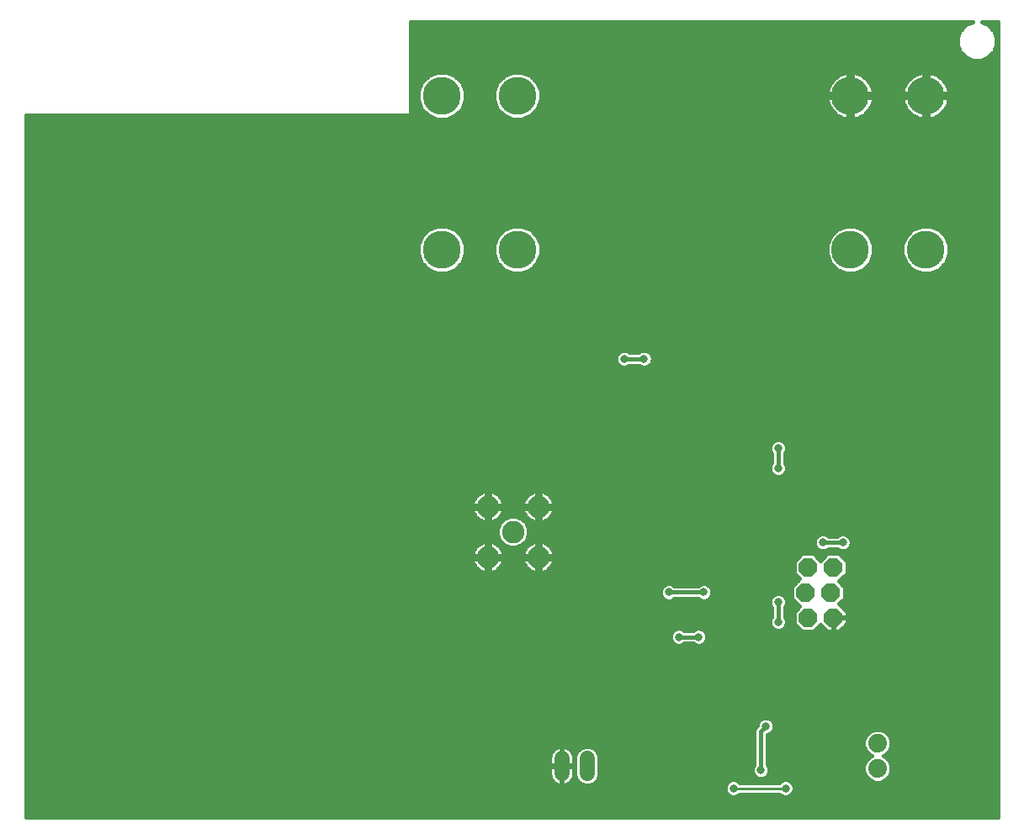
<source format=gbl>
G75*
%MOIN*%
%OFA0B0*%
%FSLAX24Y24*%
%IPPOS*%
%LPD*%
%AMOC8*
5,1,8,0,0,1.08239X$1,22.5*
%
%ADD10C,0.0886*%
%ADD11C,0.0600*%
%ADD12C,0.1500*%
%ADD13OC8,0.0740*%
%ADD14C,0.0740*%
%ADD15C,0.0160*%
%ADD16C,0.0317*%
%ADD17C,0.0100*%
D10*
X018991Y010700D03*
X019991Y011700D03*
X018991Y012700D03*
X020991Y012700D03*
X020991Y010700D03*
D11*
X021924Y002716D02*
X021924Y002116D01*
X022924Y002116D02*
X022924Y002716D01*
D12*
X020160Y022889D03*
X017168Y022889D03*
X017168Y028991D03*
X020160Y028991D03*
X033349Y028991D03*
X036341Y028991D03*
X036341Y022889D03*
X033349Y022889D03*
D13*
X032676Y010290D03*
X031676Y010290D03*
X031576Y009290D03*
X032576Y009290D03*
X032676Y008290D03*
X031676Y008290D03*
D14*
X034432Y003318D03*
X034432Y002318D03*
D15*
X000714Y000391D02*
X000714Y028204D01*
X015928Y028204D01*
X015928Y031914D01*
X038186Y031914D01*
X037933Y031809D01*
X037716Y031592D01*
X037599Y031309D01*
X037599Y031003D01*
X037716Y030720D01*
X037933Y030504D01*
X038216Y030386D01*
X038522Y030386D01*
X038805Y030504D01*
X039022Y030720D01*
X039139Y031003D01*
X039139Y031309D01*
X039022Y031592D01*
X038805Y031809D01*
X038552Y031914D01*
X039201Y031914D01*
X039201Y000391D01*
X000714Y000391D01*
X000714Y000409D02*
X039201Y000409D01*
X039201Y000568D02*
X000714Y000568D01*
X000714Y000726D02*
X039201Y000726D01*
X039201Y000885D02*
X000714Y000885D01*
X000714Y001043D02*
X039201Y001043D01*
X039201Y001202D02*
X030881Y001202D01*
X030858Y001192D02*
X030982Y001243D01*
X031077Y001339D01*
X031129Y001463D01*
X031129Y001598D01*
X031077Y001722D01*
X030982Y001817D01*
X030858Y001869D01*
X030723Y001869D01*
X030599Y001817D01*
X030542Y001760D01*
X028972Y001760D01*
X028915Y001817D01*
X028791Y001869D01*
X028656Y001869D01*
X028532Y001817D01*
X028436Y001722D01*
X028385Y001598D01*
X028385Y001463D01*
X028436Y001339D01*
X028532Y001243D01*
X028656Y001192D01*
X028791Y001192D01*
X028915Y001243D01*
X028972Y001300D01*
X030542Y001300D01*
X030599Y001243D01*
X030723Y001192D01*
X030858Y001192D01*
X030699Y001202D02*
X028815Y001202D01*
X028632Y001202D02*
X000714Y001202D01*
X000714Y001360D02*
X028427Y001360D01*
X028385Y001519D02*
X000714Y001519D01*
X000714Y001677D02*
X021728Y001677D01*
X021740Y001671D02*
X021812Y001648D01*
X021886Y001636D01*
X021904Y001636D01*
X021904Y002396D01*
X021944Y002396D01*
X021944Y001636D01*
X021962Y001636D01*
X022036Y001648D01*
X022108Y001671D01*
X022176Y001706D01*
X022237Y001750D01*
X022290Y001803D01*
X022335Y001865D01*
X022369Y001932D01*
X022392Y002004D01*
X022404Y002078D01*
X022404Y002396D01*
X021944Y002396D01*
X021944Y002436D01*
X022404Y002436D01*
X022404Y002754D01*
X022392Y002829D01*
X022369Y002900D01*
X022335Y002968D01*
X022290Y003029D01*
X022237Y003082D01*
X022176Y003127D01*
X022108Y003161D01*
X022036Y003184D01*
X021962Y003196D01*
X021944Y003196D01*
X021944Y002436D01*
X021904Y002436D01*
X021904Y002396D01*
X021444Y002396D01*
X021444Y002078D01*
X021456Y002004D01*
X021479Y001932D01*
X021514Y001865D01*
X021558Y001803D01*
X021611Y001750D01*
X021673Y001706D01*
X021740Y001671D01*
X021904Y001677D02*
X021944Y001677D01*
X021944Y001836D02*
X021904Y001836D01*
X021904Y001994D02*
X021944Y001994D01*
X021944Y002153D02*
X021904Y002153D01*
X021904Y002311D02*
X021944Y002311D01*
X021904Y002436D02*
X021444Y002436D01*
X021444Y002754D01*
X021456Y002829D01*
X021479Y002900D01*
X021514Y002968D01*
X021558Y003029D01*
X021611Y003082D01*
X021673Y003127D01*
X021740Y003161D01*
X021812Y003184D01*
X021886Y003196D01*
X021904Y003196D01*
X021904Y002436D01*
X021904Y002470D02*
X021944Y002470D01*
X021944Y002628D02*
X021904Y002628D01*
X021904Y002787D02*
X021944Y002787D01*
X021944Y002945D02*
X021904Y002945D01*
X021904Y003104D02*
X021944Y003104D01*
X022207Y003104D02*
X022633Y003104D01*
X022652Y003123D02*
X022517Y002988D01*
X022444Y002812D01*
X022444Y002021D01*
X022517Y001844D01*
X022652Y001709D01*
X022829Y001636D01*
X023020Y001636D01*
X023196Y001709D01*
X023331Y001844D01*
X023404Y002021D01*
X023404Y002812D01*
X023331Y002988D01*
X023196Y003123D01*
X023020Y003196D01*
X022829Y003196D01*
X022652Y003123D01*
X022499Y002945D02*
X022346Y002945D01*
X022399Y002787D02*
X022444Y002787D01*
X022444Y002628D02*
X022404Y002628D01*
X022404Y002470D02*
X022444Y002470D01*
X022444Y002311D02*
X022404Y002311D01*
X022404Y002153D02*
X022444Y002153D01*
X022455Y001994D02*
X022389Y001994D01*
X022314Y001836D02*
X022526Y001836D01*
X022729Y001677D02*
X022120Y001677D01*
X021534Y001836D02*
X000714Y001836D01*
X000714Y001994D02*
X021459Y001994D01*
X021444Y002153D02*
X000714Y002153D01*
X000714Y002311D02*
X021444Y002311D01*
X021444Y002470D02*
X000714Y002470D01*
X000714Y002628D02*
X021444Y002628D01*
X021449Y002787D02*
X000714Y002787D01*
X000714Y002945D02*
X021502Y002945D01*
X021641Y003104D02*
X000714Y003104D01*
X000714Y003262D02*
X029546Y003262D01*
X029546Y003104D02*
X023215Y003104D01*
X023349Y002945D02*
X029546Y002945D01*
X029546Y002787D02*
X023404Y002787D01*
X023404Y002628D02*
X029546Y002628D01*
X029546Y002470D02*
X023404Y002470D01*
X023404Y002311D02*
X029468Y002311D01*
X029468Y002318D02*
X029468Y002184D01*
X029519Y002059D01*
X029614Y001964D01*
X029739Y001912D01*
X029873Y001912D01*
X029998Y001964D01*
X030093Y002059D01*
X030144Y002184D01*
X030144Y002318D01*
X030093Y002443D01*
X030066Y002469D01*
X030066Y003653D01*
X030070Y003653D01*
X030195Y003704D01*
X030290Y003799D01*
X030341Y003924D01*
X030341Y004058D01*
X030290Y004183D01*
X030195Y004278D01*
X030070Y004329D01*
X029936Y004329D01*
X029811Y004278D01*
X029716Y004183D01*
X029664Y004058D01*
X029664Y004020D01*
X029586Y003941D01*
X029546Y003846D01*
X029546Y002469D01*
X029519Y002443D01*
X029468Y002318D01*
X029480Y002153D02*
X023404Y002153D01*
X023393Y001994D02*
X029584Y001994D01*
X029806Y002251D02*
X029806Y003794D01*
X030003Y003991D01*
X030228Y003738D02*
X034074Y003738D01*
X034120Y003784D02*
X033966Y003629D01*
X033882Y003427D01*
X033882Y003208D01*
X033966Y003006D01*
X034120Y002851D01*
X034202Y002818D01*
X034120Y002784D01*
X033966Y002629D01*
X033882Y002427D01*
X033882Y002208D01*
X033966Y002006D01*
X034120Y001851D01*
X034323Y001768D01*
X034541Y001768D01*
X034744Y001851D01*
X034898Y002006D01*
X034982Y002208D01*
X034982Y002427D01*
X034898Y002629D01*
X034744Y002784D01*
X034662Y002818D01*
X034744Y002851D01*
X034898Y003006D01*
X034982Y003208D01*
X034982Y003427D01*
X034898Y003629D01*
X034744Y003784D01*
X034541Y003868D01*
X034323Y003868D01*
X034120Y003784D01*
X033945Y003579D02*
X030066Y003579D01*
X030066Y003421D02*
X033882Y003421D01*
X033882Y003262D02*
X030066Y003262D01*
X030066Y003104D02*
X033925Y003104D01*
X034027Y002945D02*
X030066Y002945D01*
X030066Y002787D02*
X034127Y002787D01*
X033965Y002628D02*
X030066Y002628D01*
X030066Y002470D02*
X033900Y002470D01*
X033882Y002311D02*
X030144Y002311D01*
X030132Y002153D02*
X033905Y002153D01*
X033978Y001994D02*
X030028Y001994D01*
X030643Y001836D02*
X028870Y001836D01*
X028576Y001836D02*
X023323Y001836D01*
X023119Y001677D02*
X028418Y001677D01*
X029546Y003421D02*
X000714Y003421D01*
X000714Y003579D02*
X029546Y003579D01*
X029546Y003738D02*
X000714Y003738D01*
X000714Y003896D02*
X029567Y003896D01*
X029664Y004055D02*
X000714Y004055D01*
X000714Y004213D02*
X029747Y004213D01*
X030259Y004213D02*
X039201Y004213D01*
X039201Y004055D02*
X030341Y004055D01*
X030330Y003896D02*
X039201Y003896D01*
X039201Y003738D02*
X034790Y003738D01*
X034919Y003579D02*
X039201Y003579D01*
X039201Y003421D02*
X034982Y003421D01*
X034982Y003262D02*
X039201Y003262D01*
X039201Y003104D02*
X034939Y003104D01*
X034837Y002945D02*
X039201Y002945D01*
X039201Y002787D02*
X034737Y002787D01*
X034899Y002628D02*
X039201Y002628D01*
X039201Y002470D02*
X034964Y002470D01*
X034982Y002311D02*
X039201Y002311D01*
X039201Y002153D02*
X034959Y002153D01*
X034886Y001994D02*
X039201Y001994D01*
X039201Y001836D02*
X034706Y001836D01*
X034158Y001836D02*
X030937Y001836D01*
X031096Y001677D02*
X039201Y001677D01*
X039201Y001519D02*
X031129Y001519D01*
X031086Y001360D02*
X039201Y001360D01*
X039201Y004372D02*
X000714Y004372D01*
X000714Y004530D02*
X039201Y004530D01*
X039201Y004689D02*
X000714Y004689D01*
X000714Y004847D02*
X039201Y004847D01*
X039201Y005006D02*
X000714Y005006D01*
X000714Y005164D02*
X039201Y005164D01*
X039201Y005323D02*
X000714Y005323D01*
X000714Y005481D02*
X039201Y005481D01*
X039201Y005640D02*
X000714Y005640D01*
X000714Y005798D02*
X039201Y005798D01*
X039201Y005957D02*
X000714Y005957D01*
X000714Y006115D02*
X039201Y006115D01*
X039201Y006274D02*
X000714Y006274D01*
X000714Y006432D02*
X039201Y006432D01*
X039201Y006591D02*
X000714Y006591D01*
X000714Y006749D02*
X039201Y006749D01*
X039201Y006908D02*
X000714Y006908D01*
X000714Y007066D02*
X039201Y007066D01*
X039201Y007225D02*
X027483Y007225D01*
X027537Y007247D02*
X027632Y007343D01*
X027684Y007467D01*
X027684Y007602D01*
X027632Y007726D01*
X027537Y007821D01*
X027413Y007873D01*
X027278Y007873D01*
X027154Y007821D01*
X027127Y007794D01*
X026777Y007794D01*
X026750Y007821D01*
X026625Y007873D01*
X026491Y007873D01*
X026366Y007821D01*
X026271Y007726D01*
X026220Y007602D01*
X026220Y007467D01*
X026271Y007343D01*
X026366Y007247D01*
X026491Y007196D01*
X026625Y007196D01*
X026750Y007247D01*
X026777Y007274D01*
X027127Y007274D01*
X027154Y007247D01*
X027278Y007196D01*
X027413Y007196D01*
X027537Y007247D01*
X027649Y007383D02*
X039201Y007383D01*
X039201Y007542D02*
X027684Y007542D01*
X027643Y007700D02*
X039201Y007700D01*
X039201Y007859D02*
X033023Y007859D01*
X032904Y007740D02*
X033226Y008062D01*
X033226Y008270D01*
X032696Y008270D01*
X032696Y007740D01*
X032904Y007740D01*
X032696Y007859D02*
X032656Y007859D01*
X032656Y007740D02*
X032448Y007740D01*
X032176Y008012D01*
X031904Y007740D01*
X031448Y007740D01*
X031126Y008062D01*
X031126Y008518D01*
X031348Y008740D01*
X031348Y008740D01*
X031026Y009062D01*
X031026Y009518D01*
X031348Y009840D01*
X031348Y009840D01*
X031126Y010062D01*
X031126Y010518D01*
X031448Y010840D01*
X031904Y010840D01*
X032176Y010568D01*
X032448Y010840D01*
X032904Y010840D01*
X033226Y010518D01*
X033226Y010062D01*
X032904Y009740D01*
X032904Y009740D01*
X033126Y009518D01*
X033126Y009062D01*
X032904Y008840D01*
X032904Y008840D01*
X033226Y008518D01*
X033226Y008310D01*
X032696Y008310D01*
X032696Y008270D01*
X032656Y008270D01*
X032656Y007740D01*
X032656Y008017D02*
X032696Y008017D01*
X032696Y008176D02*
X032656Y008176D01*
X032330Y007859D02*
X032023Y007859D01*
X031330Y007859D02*
X030708Y007859D01*
X030687Y007838D02*
X030782Y007933D01*
X030833Y008057D01*
X030833Y008192D01*
X030782Y008317D01*
X030755Y008343D01*
X030755Y008694D01*
X030782Y008721D01*
X030833Y008845D01*
X030833Y008980D01*
X030782Y009104D01*
X030687Y009199D01*
X030562Y009251D01*
X030428Y009251D01*
X030303Y009199D01*
X030208Y009104D01*
X030157Y008980D01*
X030157Y008845D01*
X030208Y008721D01*
X030235Y008694D01*
X030235Y008343D01*
X030208Y008317D01*
X030157Y008192D01*
X030157Y008057D01*
X030208Y007933D01*
X030303Y007838D01*
X030428Y007786D01*
X030562Y007786D01*
X030687Y007838D01*
X030817Y008017D02*
X031171Y008017D01*
X031126Y008176D02*
X030833Y008176D01*
X030764Y008334D02*
X031126Y008334D01*
X031126Y008493D02*
X030755Y008493D01*
X030755Y008651D02*
X031259Y008651D01*
X031279Y008810D02*
X030819Y008810D01*
X030833Y008968D02*
X031120Y008968D01*
X031026Y009127D02*
X030759Y009127D01*
X031026Y009285D02*
X027881Y009285D01*
X027881Y009239D02*
X027881Y009373D01*
X027829Y009498D01*
X027734Y009593D01*
X027610Y009644D01*
X027475Y009644D01*
X027351Y009593D01*
X027324Y009566D01*
X026383Y009566D01*
X026356Y009593D01*
X026232Y009644D01*
X026097Y009644D01*
X025973Y009593D01*
X025877Y009498D01*
X025826Y009373D01*
X025826Y009239D01*
X025877Y009114D01*
X025973Y009019D01*
X026097Y008967D01*
X026232Y008967D01*
X026356Y009019D01*
X026383Y009046D01*
X027324Y009046D01*
X027351Y009019D01*
X027475Y008967D01*
X027610Y008967D01*
X027734Y009019D01*
X027829Y009114D01*
X027881Y009239D01*
X027834Y009127D02*
X030231Y009127D01*
X030157Y008968D02*
X027612Y008968D01*
X027473Y008968D02*
X026234Y008968D01*
X026095Y008968D02*
X000714Y008968D01*
X000714Y008810D02*
X030171Y008810D01*
X030235Y008651D02*
X000714Y008651D01*
X000714Y008493D02*
X030235Y008493D01*
X030226Y008334D02*
X000714Y008334D01*
X000714Y008176D02*
X030157Y008176D01*
X030173Y008017D02*
X000714Y008017D01*
X000714Y007859D02*
X026457Y007859D01*
X026659Y007859D02*
X027245Y007859D01*
X027446Y007859D02*
X030282Y007859D01*
X030495Y008125D02*
X030495Y008912D01*
X031026Y009444D02*
X027851Y009444D01*
X027711Y009602D02*
X031110Y009602D01*
X031269Y009761D02*
X000714Y009761D01*
X000714Y009919D02*
X031269Y009919D01*
X031126Y010078D02*
X000714Y010078D01*
X000714Y010236D02*
X018573Y010236D01*
X018585Y010224D02*
X018665Y010167D01*
X018752Y010122D01*
X018845Y010092D01*
X018923Y010080D01*
X018923Y010632D01*
X018371Y010632D01*
X018383Y010554D01*
X018414Y010460D01*
X018458Y010373D01*
X018516Y010294D01*
X018585Y010224D01*
X018447Y010395D02*
X000714Y010395D01*
X000714Y010553D02*
X018384Y010553D01*
X018371Y010767D02*
X018923Y010767D01*
X018923Y010632D01*
X019059Y010632D01*
X019059Y010767D01*
X019611Y010767D01*
X019599Y010845D01*
X019568Y010939D01*
X019524Y011026D01*
X019466Y011105D01*
X019397Y011175D01*
X019318Y011232D01*
X019230Y011277D01*
X019137Y011307D01*
X019059Y011320D01*
X019059Y010767D01*
X018923Y010767D01*
X018923Y011320D01*
X018845Y011307D01*
X018752Y011277D01*
X018665Y011232D01*
X018585Y011175D01*
X018516Y011105D01*
X018458Y011026D01*
X018414Y010939D01*
X018383Y010845D01*
X018371Y010767D01*
X018392Y010870D02*
X000714Y010870D01*
X000714Y010712D02*
X018923Y010712D01*
X019059Y010712D02*
X020923Y010712D01*
X020923Y010767D02*
X020923Y010632D01*
X020371Y010632D01*
X020383Y010554D01*
X020414Y010460D01*
X020458Y010373D01*
X020516Y010294D01*
X020585Y010224D01*
X020665Y010167D01*
X020752Y010122D01*
X020845Y010092D01*
X020923Y010080D01*
X020923Y010632D01*
X021059Y010632D01*
X021059Y010767D01*
X021611Y010767D01*
X021599Y010845D01*
X021568Y010939D01*
X021524Y011026D01*
X021466Y011105D01*
X021397Y011175D01*
X021318Y011232D01*
X021230Y011277D01*
X021137Y011307D01*
X021059Y011320D01*
X021059Y010767D01*
X020923Y010767D01*
X020371Y010767D01*
X020383Y010845D01*
X020414Y010939D01*
X020458Y011026D01*
X020516Y011105D01*
X020585Y011175D01*
X020665Y011232D01*
X020752Y011277D01*
X020845Y011307D01*
X020923Y011320D01*
X020923Y010767D01*
X020923Y010870D02*
X021059Y010870D01*
X021059Y010712D02*
X031320Y010712D01*
X031161Y010553D02*
X021598Y010553D01*
X021599Y010554D02*
X021611Y010632D01*
X021059Y010632D01*
X021059Y010080D01*
X021137Y010092D01*
X021230Y010122D01*
X021318Y010167D01*
X021397Y010224D01*
X021466Y010294D01*
X021524Y010373D01*
X021568Y010460D01*
X021599Y010554D01*
X021535Y010395D02*
X031126Y010395D01*
X031126Y010236D02*
X021409Y010236D01*
X021059Y010236D02*
X020923Y010236D01*
X020923Y010395D02*
X021059Y010395D01*
X021059Y010553D02*
X020923Y010553D01*
X020573Y010236D02*
X019409Y010236D01*
X019397Y010224D02*
X019466Y010294D01*
X019524Y010373D01*
X019568Y010460D01*
X019599Y010554D01*
X019611Y010632D01*
X019059Y010632D01*
X019059Y010080D01*
X019137Y010092D01*
X019230Y010122D01*
X019318Y010167D01*
X019397Y010224D01*
X019535Y010395D02*
X020447Y010395D01*
X020384Y010553D02*
X019598Y010553D01*
X019591Y010870D02*
X020392Y010870D01*
X020460Y011029D02*
X019522Y011029D01*
X019638Y011172D02*
X019867Y011077D01*
X020115Y011077D01*
X020344Y011172D01*
X020519Y011347D01*
X020614Y011576D01*
X020614Y011824D01*
X020519Y012052D01*
X020344Y012228D01*
X020115Y012323D01*
X019867Y012323D01*
X019638Y012228D01*
X019463Y012052D01*
X019368Y011824D01*
X019368Y011576D01*
X019463Y011347D01*
X019638Y011172D01*
X019622Y011187D02*
X019380Y011187D01*
X019464Y011346D02*
X000714Y011346D01*
X000714Y011504D02*
X019398Y011504D01*
X019368Y011663D02*
X000714Y011663D01*
X000714Y011821D02*
X019368Y011821D01*
X019433Y011980D02*
X000714Y011980D01*
X000714Y012138D02*
X018721Y012138D01*
X018752Y012122D02*
X018845Y012092D01*
X018923Y012080D01*
X018923Y012632D01*
X018371Y012632D01*
X018383Y012554D01*
X018414Y012460D01*
X018458Y012373D01*
X018516Y012294D01*
X018585Y012224D01*
X018665Y012167D01*
X018752Y012122D01*
X018923Y012138D02*
X019059Y012138D01*
X019059Y012080D02*
X019137Y012092D01*
X019230Y012122D01*
X019318Y012167D01*
X019397Y012224D01*
X019466Y012294D01*
X019524Y012373D01*
X019568Y012460D01*
X019599Y012554D01*
X019611Y012632D01*
X019059Y012632D01*
X019059Y012767D01*
X019611Y012767D01*
X019599Y012845D01*
X019568Y012939D01*
X019524Y013026D01*
X019466Y013105D01*
X019397Y013175D01*
X019318Y013232D01*
X019230Y013277D01*
X019137Y013307D01*
X019059Y013320D01*
X019059Y012767D01*
X018923Y012767D01*
X018923Y012632D01*
X019059Y012632D01*
X019059Y012080D01*
X019261Y012138D02*
X019549Y012138D01*
X019468Y012297D02*
X019805Y012297D01*
X019566Y012455D02*
X020416Y012455D01*
X020414Y012460D02*
X020458Y012373D01*
X020516Y012294D01*
X020585Y012224D01*
X020665Y012167D01*
X020752Y012122D01*
X020845Y012092D01*
X020923Y012080D01*
X020923Y012632D01*
X020371Y012632D01*
X020383Y012554D01*
X020414Y012460D01*
X020374Y012614D02*
X019608Y012614D01*
X019610Y012772D02*
X020372Y012772D01*
X020371Y012767D02*
X020923Y012767D01*
X020923Y012632D01*
X021059Y012632D01*
X021059Y012767D01*
X021611Y012767D01*
X021599Y012845D01*
X021568Y012939D01*
X021524Y013026D01*
X021466Y013105D01*
X021397Y013175D01*
X021318Y013232D01*
X021230Y013277D01*
X021137Y013307D01*
X021059Y013320D01*
X021059Y012767D01*
X020923Y012767D01*
X020923Y013320D01*
X020845Y013307D01*
X020752Y013277D01*
X020665Y013232D01*
X020585Y013175D01*
X020516Y013105D01*
X020458Y013026D01*
X020414Y012939D01*
X020383Y012845D01*
X020371Y012767D01*
X020411Y012931D02*
X019571Y012931D01*
X019478Y013089D02*
X020504Y013089D01*
X020695Y013248D02*
X019287Y013248D01*
X019059Y013248D02*
X018923Y013248D01*
X018923Y013320D02*
X018923Y012767D01*
X018371Y012767D01*
X018383Y012845D01*
X018414Y012939D01*
X018458Y013026D01*
X018516Y013105D01*
X018585Y013175D01*
X018665Y013232D01*
X018752Y013277D01*
X018845Y013307D01*
X018923Y013320D01*
X018923Y013089D02*
X019059Y013089D01*
X019059Y012931D02*
X018923Y012931D01*
X018923Y012772D02*
X019059Y012772D01*
X019059Y012614D02*
X018923Y012614D01*
X018923Y012455D02*
X019059Y012455D01*
X019059Y012297D02*
X018923Y012297D01*
X018514Y012297D02*
X000714Y012297D01*
X000714Y012455D02*
X018416Y012455D01*
X018374Y012614D02*
X000714Y012614D01*
X000714Y012772D02*
X018372Y012772D01*
X018411Y012931D02*
X000714Y012931D01*
X000714Y013089D02*
X018504Y013089D01*
X018695Y013248D02*
X000714Y013248D01*
X000714Y013406D02*
X039201Y013406D01*
X039201Y013248D02*
X021287Y013248D01*
X021059Y013248D02*
X020923Y013248D01*
X020923Y013089D02*
X021059Y013089D01*
X021059Y012931D02*
X020923Y012931D01*
X020923Y012772D02*
X021059Y012772D01*
X021059Y012632D02*
X021611Y012632D01*
X021599Y012554D01*
X021568Y012460D01*
X021524Y012373D01*
X021466Y012294D01*
X021397Y012224D01*
X021318Y012167D01*
X021230Y012122D01*
X021137Y012092D01*
X021059Y012080D01*
X021059Y012632D01*
X021059Y012614D02*
X020923Y012614D01*
X020923Y012455D02*
X021059Y012455D01*
X021059Y012297D02*
X020923Y012297D01*
X020923Y012138D02*
X021059Y012138D01*
X021261Y012138D02*
X039201Y012138D01*
X039201Y011980D02*
X020549Y011980D01*
X020614Y011821D02*
X039201Y011821D01*
X039201Y011663D02*
X020614Y011663D01*
X020584Y011504D02*
X032018Y011504D01*
X031980Y011466D02*
X031928Y011342D01*
X031928Y011207D01*
X031980Y011083D01*
X032075Y010988D01*
X032199Y010936D01*
X032334Y010936D01*
X032458Y010988D01*
X032485Y011014D01*
X032835Y011014D01*
X032862Y010988D01*
X032987Y010936D01*
X033121Y010936D01*
X033246Y010988D01*
X033341Y011083D01*
X033392Y011207D01*
X033392Y011342D01*
X033341Y011466D01*
X033246Y011561D01*
X033121Y011613D01*
X032987Y011613D01*
X032862Y011561D01*
X032835Y011534D01*
X032485Y011534D01*
X032458Y011561D01*
X032334Y011613D01*
X032199Y011613D01*
X032075Y011561D01*
X031980Y011466D01*
X031930Y011346D02*
X020518Y011346D01*
X020603Y011187D02*
X020360Y011187D01*
X020923Y011187D02*
X021059Y011187D01*
X021059Y011029D02*
X020923Y011029D01*
X021380Y011187D02*
X031936Y011187D01*
X032034Y011029D02*
X021522Y011029D01*
X021591Y010870D02*
X039201Y010870D01*
X039201Y010712D02*
X033032Y010712D01*
X033191Y010553D02*
X039201Y010553D01*
X039201Y010395D02*
X033226Y010395D01*
X033226Y010236D02*
X039201Y010236D01*
X039201Y010078D02*
X033226Y010078D01*
X033083Y009919D02*
X039201Y009919D01*
X039201Y009761D02*
X032925Y009761D01*
X033042Y009602D02*
X039201Y009602D01*
X039201Y009444D02*
X033126Y009444D01*
X033126Y009285D02*
X039201Y009285D01*
X039201Y009127D02*
X033126Y009127D01*
X033032Y008968D02*
X039201Y008968D01*
X039201Y008810D02*
X032934Y008810D01*
X033093Y008651D02*
X039201Y008651D01*
X039201Y008493D02*
X033226Y008493D01*
X033226Y008334D02*
X039201Y008334D01*
X039201Y008176D02*
X033226Y008176D01*
X033181Y008017D02*
X039201Y008017D01*
X039201Y011029D02*
X033287Y011029D01*
X033384Y011187D02*
X039201Y011187D01*
X039201Y011346D02*
X033391Y011346D01*
X033303Y011504D02*
X039201Y011504D01*
X039201Y012297D02*
X021468Y012297D01*
X021566Y012455D02*
X039201Y012455D01*
X039201Y012614D02*
X021608Y012614D01*
X021610Y012772D02*
X039201Y012772D01*
X039201Y012931D02*
X021571Y012931D01*
X021478Y013089D02*
X039201Y013089D01*
X039201Y013565D02*
X000714Y013565D01*
X000714Y013723D02*
X039201Y013723D01*
X039201Y013882D02*
X000714Y013882D01*
X000714Y014040D02*
X030206Y014040D01*
X030208Y014035D02*
X030303Y013940D01*
X030428Y013889D01*
X030562Y013889D01*
X030687Y013940D01*
X030782Y014035D01*
X030833Y014160D01*
X030833Y014294D01*
X030782Y014419D01*
X030755Y014446D01*
X030755Y014796D01*
X030782Y014823D01*
X030833Y014947D01*
X030833Y015082D01*
X030782Y015206D01*
X030687Y015301D01*
X030562Y015353D01*
X030428Y015353D01*
X030303Y015301D01*
X030208Y015206D01*
X030157Y015082D01*
X030157Y014947D01*
X030208Y014823D01*
X030235Y014796D01*
X030235Y014446D01*
X030208Y014419D01*
X030157Y014294D01*
X030157Y014160D01*
X030208Y014035D01*
X030157Y014199D02*
X000714Y014199D01*
X000714Y014357D02*
X030183Y014357D01*
X030235Y014516D02*
X000714Y014516D01*
X000714Y014674D02*
X030235Y014674D01*
X030204Y014833D02*
X000714Y014833D01*
X000714Y014991D02*
X030157Y014991D01*
X030185Y015150D02*
X000714Y015150D01*
X000714Y015308D02*
X030320Y015308D01*
X030495Y015015D02*
X030495Y014227D01*
X030807Y014357D02*
X039201Y014357D01*
X039201Y014199D02*
X030833Y014199D01*
X030784Y014040D02*
X039201Y014040D01*
X039201Y014516D02*
X030755Y014516D01*
X030755Y014674D02*
X039201Y014674D01*
X039201Y014833D02*
X030786Y014833D01*
X030833Y014991D02*
X039201Y014991D01*
X039201Y015150D02*
X030805Y015150D01*
X030670Y015308D02*
X039201Y015308D01*
X039201Y015467D02*
X000714Y015467D01*
X000714Y015625D02*
X039201Y015625D01*
X039201Y015784D02*
X000714Y015784D01*
X000714Y015942D02*
X039201Y015942D01*
X039201Y016101D02*
X000714Y016101D01*
X000714Y016259D02*
X039201Y016259D01*
X039201Y016418D02*
X000714Y016418D01*
X000714Y016576D02*
X039201Y016576D01*
X039201Y016735D02*
X000714Y016735D01*
X000714Y016893D02*
X039201Y016893D01*
X039201Y017052D02*
X000714Y017052D01*
X000714Y017210D02*
X039201Y017210D01*
X039201Y017369D02*
X000714Y017369D01*
X000714Y017527D02*
X039201Y017527D01*
X039201Y017686D02*
X000714Y017686D01*
X000714Y017844D02*
X039201Y017844D01*
X039201Y018003D02*
X000714Y018003D01*
X000714Y018161D02*
X039201Y018161D01*
X039201Y018320D02*
X025421Y018320D01*
X025467Y018366D02*
X025372Y018271D01*
X025247Y018219D01*
X025113Y018219D01*
X024988Y018271D01*
X024961Y018298D01*
X024611Y018298D01*
X024584Y018271D01*
X024460Y018219D01*
X024325Y018219D01*
X024201Y018271D01*
X024106Y018366D01*
X024054Y018491D01*
X024054Y018625D01*
X024106Y018750D01*
X024201Y018845D01*
X024325Y018896D01*
X024460Y018896D01*
X024584Y018845D01*
X024611Y018818D01*
X024961Y018818D01*
X024988Y018845D01*
X025113Y018896D01*
X025247Y018896D01*
X025372Y018845D01*
X025467Y018750D01*
X025518Y018625D01*
X025518Y018491D01*
X025467Y018366D01*
X025513Y018478D02*
X039201Y018478D01*
X039201Y018637D02*
X025514Y018637D01*
X025421Y018795D02*
X039201Y018795D01*
X039201Y018954D02*
X000714Y018954D01*
X000714Y019112D02*
X039201Y019112D01*
X039201Y019271D02*
X000714Y019271D01*
X000714Y019429D02*
X039201Y019429D01*
X039201Y019588D02*
X000714Y019588D01*
X000714Y019746D02*
X039201Y019746D01*
X039201Y019905D02*
X000714Y019905D01*
X000714Y020063D02*
X039201Y020063D01*
X039201Y020222D02*
X000714Y020222D01*
X000714Y020380D02*
X039201Y020380D01*
X039201Y020539D02*
X000714Y020539D01*
X000714Y020697D02*
X039201Y020697D01*
X039201Y020856D02*
X000714Y020856D01*
X000714Y021014D02*
X039201Y021014D01*
X039201Y021173D02*
X000714Y021173D01*
X000714Y021331D02*
X039201Y021331D01*
X039201Y021490D02*
X000714Y021490D01*
X000714Y021648D02*
X039201Y021648D01*
X039201Y021807D02*
X000714Y021807D01*
X000714Y021965D02*
X016967Y021965D01*
X016983Y021959D02*
X017353Y021959D01*
X017695Y022100D01*
X017957Y022362D01*
X018098Y022704D01*
X018098Y023074D01*
X017957Y023415D01*
X017695Y023677D01*
X017353Y023819D01*
X016983Y023819D01*
X016641Y023677D01*
X016380Y023415D01*
X016238Y023074D01*
X016238Y022704D01*
X016380Y022362D01*
X016641Y022100D01*
X016983Y021959D01*
X017369Y021965D02*
X019959Y021965D01*
X019975Y021959D02*
X020345Y021959D01*
X020687Y022100D01*
X020949Y022362D01*
X021090Y022704D01*
X021090Y023074D01*
X020949Y023415D01*
X020687Y023677D01*
X020345Y023819D01*
X019975Y023819D01*
X019634Y023677D01*
X019372Y023415D01*
X019230Y023074D01*
X019230Y022704D01*
X019372Y022362D01*
X019634Y022100D01*
X019975Y021959D01*
X020362Y021965D02*
X033148Y021965D01*
X033164Y021959D02*
X033534Y021959D01*
X033876Y022100D01*
X034138Y022362D01*
X034279Y022704D01*
X034279Y023074D01*
X034138Y023415D01*
X033876Y023677D01*
X033534Y023819D01*
X033164Y023819D01*
X032822Y023677D01*
X032561Y023415D01*
X032419Y023074D01*
X032419Y022704D01*
X032561Y022362D01*
X032822Y022100D01*
X033164Y021959D01*
X033551Y021965D02*
X036140Y021965D01*
X036156Y021959D02*
X035815Y022100D01*
X035553Y022362D01*
X035411Y022704D01*
X035411Y023074D01*
X035553Y023415D01*
X035815Y023677D01*
X036156Y023819D01*
X036526Y023819D01*
X036868Y023677D01*
X037130Y023415D01*
X037271Y023074D01*
X037271Y022704D01*
X037130Y022362D01*
X036868Y022100D01*
X036526Y021959D01*
X036156Y021959D01*
X036543Y021965D02*
X039201Y021965D01*
X039201Y022124D02*
X036892Y022124D01*
X037050Y022282D02*
X039201Y022282D01*
X039201Y022441D02*
X037163Y022441D01*
X037228Y022599D02*
X039201Y022599D01*
X039201Y022758D02*
X037271Y022758D01*
X037271Y022916D02*
X039201Y022916D01*
X039201Y023075D02*
X037271Y023075D01*
X037205Y023233D02*
X039201Y023233D01*
X039201Y023392D02*
X037140Y023392D01*
X036995Y023550D02*
X039201Y023550D01*
X039201Y023709D02*
X036791Y023709D01*
X035891Y023709D02*
X033799Y023709D01*
X034003Y023550D02*
X035688Y023550D01*
X035543Y023392D02*
X034147Y023392D01*
X034213Y023233D02*
X035478Y023233D01*
X035412Y023075D02*
X034279Y023075D01*
X034279Y022916D02*
X035411Y022916D01*
X035411Y022758D02*
X034279Y022758D01*
X034236Y022599D02*
X035455Y022599D01*
X035520Y022441D02*
X034170Y022441D01*
X034058Y022282D02*
X035632Y022282D01*
X035791Y022124D02*
X033900Y022124D01*
X032799Y022124D02*
X020711Y022124D01*
X020869Y022282D02*
X032640Y022282D01*
X032528Y022441D02*
X020981Y022441D01*
X021047Y022599D02*
X032462Y022599D01*
X032419Y022758D02*
X021090Y022758D01*
X021090Y022916D02*
X032419Y022916D01*
X032420Y023075D02*
X021090Y023075D01*
X021024Y023233D02*
X032485Y023233D01*
X032551Y023392D02*
X020958Y023392D01*
X020814Y023550D02*
X032696Y023550D01*
X032899Y023709D02*
X020610Y023709D01*
X019710Y023709D02*
X017618Y023709D01*
X017822Y023550D02*
X019507Y023550D01*
X019362Y023392D02*
X017966Y023392D01*
X018032Y023233D02*
X019296Y023233D01*
X019231Y023075D02*
X018098Y023075D01*
X018098Y022916D02*
X019230Y022916D01*
X019230Y022758D02*
X018098Y022758D01*
X018055Y022599D02*
X019274Y022599D01*
X019339Y022441D02*
X017989Y022441D01*
X017877Y022282D02*
X019451Y022282D01*
X019610Y022124D02*
X017719Y022124D01*
X016618Y022124D02*
X000714Y022124D01*
X000714Y022282D02*
X016459Y022282D01*
X016347Y022441D02*
X000714Y022441D01*
X000714Y022599D02*
X016281Y022599D01*
X016238Y022758D02*
X000714Y022758D01*
X000714Y022916D02*
X016238Y022916D01*
X016239Y023075D02*
X000714Y023075D01*
X000714Y023233D02*
X016304Y023233D01*
X016370Y023392D02*
X000714Y023392D01*
X000714Y023550D02*
X016515Y023550D01*
X016718Y023709D02*
X000714Y023709D01*
X000714Y023867D02*
X039201Y023867D01*
X039201Y024026D02*
X000714Y024026D01*
X000714Y024184D02*
X039201Y024184D01*
X039201Y024343D02*
X000714Y024343D01*
X000714Y024501D02*
X039201Y024501D01*
X039201Y024660D02*
X000714Y024660D01*
X000714Y024818D02*
X039201Y024818D01*
X039201Y024977D02*
X000714Y024977D01*
X000714Y025135D02*
X039201Y025135D01*
X039201Y025294D02*
X000714Y025294D01*
X000714Y025452D02*
X039201Y025452D01*
X039201Y025611D02*
X000714Y025611D01*
X000714Y025769D02*
X039201Y025769D01*
X039201Y025928D02*
X000714Y025928D01*
X000714Y026086D02*
X039201Y026086D01*
X039201Y026245D02*
X000714Y026245D01*
X000714Y026403D02*
X039201Y026403D01*
X039201Y026562D02*
X000714Y026562D01*
X000714Y026720D02*
X039201Y026720D01*
X039201Y026879D02*
X000714Y026879D01*
X000714Y027037D02*
X039201Y027037D01*
X039201Y027196D02*
X000714Y027196D01*
X000714Y027354D02*
X039201Y027354D01*
X039201Y027513D02*
X000714Y027513D01*
X000714Y027671D02*
X039201Y027671D01*
X039201Y027830D02*
X000714Y027830D01*
X000714Y027988D02*
X039201Y027988D01*
X039201Y028147D02*
X036732Y028147D01*
X036698Y028130D02*
X036792Y028176D01*
X036880Y028231D01*
X036962Y028296D01*
X037036Y028370D01*
X037101Y028452D01*
X037157Y028540D01*
X037202Y028634D01*
X037236Y028733D01*
X037260Y028835D01*
X037268Y028911D01*
X036421Y028911D01*
X036421Y028064D01*
X036497Y028073D01*
X036599Y028096D01*
X036698Y028130D01*
X036421Y028147D02*
X036261Y028147D01*
X036261Y028064D02*
X036261Y028911D01*
X035415Y028911D01*
X035423Y028835D01*
X035446Y028733D01*
X035481Y028634D01*
X035526Y028540D01*
X035582Y028452D01*
X035647Y028370D01*
X035721Y028296D01*
X035802Y028231D01*
X035891Y028176D01*
X035985Y028130D01*
X036084Y028096D01*
X036185Y028073D01*
X036261Y028064D01*
X036261Y028305D02*
X036421Y028305D01*
X036421Y028464D02*
X036261Y028464D01*
X036261Y028622D02*
X036421Y028622D01*
X036421Y028781D02*
X036261Y028781D01*
X036261Y028911D02*
X036421Y028911D01*
X036421Y029071D01*
X036261Y029071D01*
X036261Y028911D01*
X036261Y028939D02*
X033429Y028939D01*
X033429Y028911D02*
X033429Y029071D01*
X033269Y029071D01*
X033269Y028911D01*
X032422Y028911D01*
X032431Y028835D01*
X032454Y028733D01*
X032489Y028634D01*
X032534Y028540D01*
X032590Y028452D01*
X032655Y028370D01*
X032729Y028296D01*
X032810Y028231D01*
X032899Y028176D01*
X032993Y028130D01*
X033091Y028096D01*
X033193Y028073D01*
X033269Y028064D01*
X033269Y028911D01*
X033429Y028911D01*
X033429Y028064D01*
X033505Y028073D01*
X033607Y028096D01*
X033706Y028130D01*
X033800Y028176D01*
X033888Y028231D01*
X033970Y028296D01*
X034044Y028370D01*
X034109Y028452D01*
X034165Y028540D01*
X034210Y028634D01*
X034244Y028733D01*
X034268Y028835D01*
X034276Y028911D01*
X033429Y028911D01*
X033429Y028781D02*
X033269Y028781D01*
X033269Y028939D02*
X021090Y028939D01*
X021090Y028806D02*
X020949Y028464D01*
X020687Y028203D01*
X020345Y028061D01*
X019975Y028061D01*
X019634Y028203D01*
X019372Y028464D01*
X019230Y028806D01*
X019230Y029176D01*
X019372Y029518D01*
X019634Y029779D01*
X019975Y029921D01*
X020345Y029921D01*
X020687Y029779D01*
X020949Y029518D01*
X021090Y029176D01*
X021090Y028806D01*
X021080Y028781D02*
X032443Y028781D01*
X032495Y028622D02*
X021014Y028622D01*
X020948Y028464D02*
X032582Y028464D01*
X032720Y028305D02*
X020790Y028305D01*
X020553Y028147D02*
X032959Y028147D01*
X033269Y028147D02*
X033429Y028147D01*
X033429Y028305D02*
X033269Y028305D01*
X033269Y028464D02*
X033429Y028464D01*
X033429Y028622D02*
X033269Y028622D01*
X033269Y029071D02*
X032422Y029071D01*
X032431Y029147D01*
X032454Y029249D01*
X032489Y029347D01*
X032534Y029442D01*
X032590Y029530D01*
X032655Y029612D01*
X032729Y029685D01*
X032810Y029751D01*
X032899Y029806D01*
X032993Y029852D01*
X033091Y029886D01*
X033193Y029909D01*
X033269Y029918D01*
X033269Y029071D01*
X033269Y029098D02*
X033429Y029098D01*
X033429Y029071D02*
X033429Y029918D01*
X033505Y029909D01*
X033607Y029886D01*
X033706Y029852D01*
X033800Y029806D01*
X033888Y029751D01*
X033970Y029685D01*
X034044Y029612D01*
X034109Y029530D01*
X034165Y029442D01*
X034210Y029347D01*
X034244Y029249D01*
X034268Y029147D01*
X034276Y029071D01*
X033429Y029071D01*
X033429Y029256D02*
X033269Y029256D01*
X033269Y029415D02*
X033429Y029415D01*
X033429Y029573D02*
X033269Y029573D01*
X033269Y029732D02*
X033429Y029732D01*
X033429Y029890D02*
X033269Y029890D01*
X033110Y029890D02*
X020419Y029890D01*
X020735Y029732D02*
X032787Y029732D01*
X032624Y029573D02*
X020893Y029573D01*
X020991Y029415D02*
X032521Y029415D01*
X032457Y029256D02*
X021057Y029256D01*
X021090Y029098D02*
X032425Y029098D01*
X033588Y029890D02*
X036103Y029890D01*
X036084Y029886D02*
X035985Y029852D01*
X035891Y029806D01*
X035802Y029751D01*
X035721Y029685D01*
X035647Y029612D01*
X035582Y029530D01*
X035526Y029442D01*
X035481Y029347D01*
X035446Y029249D01*
X035423Y029147D01*
X035415Y029071D01*
X036261Y029071D01*
X036261Y029918D01*
X036185Y029909D01*
X036084Y029886D01*
X036261Y029890D02*
X036421Y029890D01*
X036421Y029918D02*
X036497Y029909D01*
X036599Y029886D01*
X036698Y029852D01*
X036792Y029806D01*
X036880Y029751D01*
X036962Y029685D01*
X037036Y029612D01*
X037101Y029530D01*
X037157Y029442D01*
X037202Y029347D01*
X037236Y029249D01*
X037260Y029147D01*
X037268Y029071D01*
X036421Y029071D01*
X036421Y029918D01*
X036580Y029890D02*
X039201Y029890D01*
X039201Y029732D02*
X036904Y029732D01*
X037066Y029573D02*
X039201Y029573D01*
X039201Y029415D02*
X037170Y029415D01*
X037234Y029256D02*
X039201Y029256D01*
X039201Y029098D02*
X037265Y029098D01*
X037247Y028781D02*
X039201Y028781D01*
X039201Y028939D02*
X036421Y028939D01*
X036421Y029098D02*
X036261Y029098D01*
X036261Y029256D02*
X036421Y029256D01*
X036421Y029415D02*
X036261Y029415D01*
X036261Y029573D02*
X036421Y029573D01*
X036421Y029732D02*
X036261Y029732D01*
X035779Y029732D02*
X033912Y029732D01*
X034074Y029573D02*
X035616Y029573D01*
X035513Y029415D02*
X034177Y029415D01*
X034242Y029256D02*
X035449Y029256D01*
X035418Y029098D02*
X034273Y029098D01*
X034255Y028781D02*
X035435Y028781D01*
X035487Y028622D02*
X034204Y028622D01*
X034116Y028464D02*
X035574Y028464D01*
X035712Y028305D02*
X033979Y028305D01*
X033740Y028147D02*
X035951Y028147D01*
X036971Y028305D02*
X039201Y028305D01*
X039201Y028464D02*
X037109Y028464D01*
X037196Y028622D02*
X039201Y028622D01*
X039201Y030049D02*
X015928Y030049D01*
X015928Y030207D02*
X039201Y030207D01*
X039201Y030366D02*
X015928Y030366D01*
X015928Y030524D02*
X037912Y030524D01*
X037754Y030683D02*
X015928Y030683D01*
X015928Y030841D02*
X037666Y030841D01*
X037600Y031000D02*
X015928Y031000D01*
X015928Y031158D02*
X037599Y031158D01*
X037602Y031317D02*
X015928Y031317D01*
X015928Y031475D02*
X037668Y031475D01*
X037758Y031634D02*
X015928Y031634D01*
X015928Y031792D02*
X037916Y031792D01*
X038822Y031792D02*
X039201Y031792D01*
X039201Y031634D02*
X038980Y031634D01*
X039070Y031475D02*
X039201Y031475D01*
X039201Y031317D02*
X039136Y031317D01*
X039139Y031158D02*
X039201Y031158D01*
X039201Y031000D02*
X039138Y031000D01*
X039201Y030841D02*
X039072Y030841D01*
X038984Y030683D02*
X039201Y030683D01*
X039201Y030524D02*
X038826Y030524D01*
X025180Y018558D02*
X024393Y018558D01*
X024151Y018795D02*
X000714Y018795D01*
X000714Y018637D02*
X024059Y018637D01*
X024059Y018478D02*
X000714Y018478D01*
X000714Y018320D02*
X024152Y018320D01*
X020514Y012297D02*
X020177Y012297D01*
X020433Y012138D02*
X020721Y012138D01*
X019059Y011187D02*
X018923Y011187D01*
X018923Y011029D02*
X019059Y011029D01*
X019059Y010870D02*
X018923Y010870D01*
X018923Y010553D02*
X019059Y010553D01*
X019059Y010395D02*
X018923Y010395D01*
X018923Y010236D02*
X019059Y010236D01*
X018460Y011029D02*
X000714Y011029D01*
X000714Y011187D02*
X018603Y011187D01*
X025855Y009444D02*
X000714Y009444D01*
X000714Y009602D02*
X025995Y009602D01*
X026333Y009602D02*
X027373Y009602D01*
X027542Y009306D02*
X026164Y009306D01*
X025826Y009285D02*
X000714Y009285D01*
X000714Y009127D02*
X025872Y009127D01*
X026260Y007700D02*
X000714Y007700D01*
X000714Y007542D02*
X026220Y007542D01*
X026254Y007383D02*
X000714Y007383D01*
X000714Y007225D02*
X026421Y007225D01*
X026695Y007225D02*
X027208Y007225D01*
X027345Y007534D02*
X026558Y007534D01*
X032032Y010712D02*
X032320Y010712D01*
X032267Y011274D02*
X033054Y011274D01*
X017695Y028203D02*
X017353Y028061D01*
X016983Y028061D01*
X016641Y028203D01*
X016380Y028464D01*
X015928Y028464D01*
X015928Y028622D02*
X016314Y028622D01*
X016380Y028464D02*
X016238Y028806D01*
X016238Y029176D01*
X016380Y029518D01*
X016641Y029779D01*
X016983Y029921D01*
X017353Y029921D01*
X017695Y029779D01*
X017957Y029518D01*
X018098Y029176D01*
X018098Y028806D01*
X017957Y028464D01*
X017695Y028203D01*
X017798Y028305D02*
X019531Y028305D01*
X019372Y028464D02*
X017956Y028464D01*
X018022Y028622D02*
X019306Y028622D01*
X019241Y028781D02*
X018088Y028781D01*
X018098Y028939D02*
X019230Y028939D01*
X019230Y029098D02*
X018098Y029098D01*
X018065Y029256D02*
X019264Y029256D01*
X019329Y029415D02*
X017999Y029415D01*
X017901Y029573D02*
X019427Y029573D01*
X019586Y029732D02*
X017743Y029732D01*
X017427Y029890D02*
X019901Y029890D01*
X019768Y028147D02*
X017561Y028147D01*
X016776Y028147D02*
X000714Y028147D01*
X015928Y028305D02*
X016539Y028305D01*
X016249Y028781D02*
X015928Y028781D01*
X015928Y028939D02*
X016238Y028939D01*
X016238Y029098D02*
X015928Y029098D01*
X015928Y029256D02*
X016271Y029256D01*
X016337Y029415D02*
X015928Y029415D01*
X015928Y029573D02*
X016435Y029573D01*
X016594Y029732D02*
X015928Y029732D01*
X015928Y029890D02*
X016909Y029890D01*
D16*
X011007Y028007D03*
X010416Y028007D03*
X009826Y028007D03*
X009235Y028007D03*
X008645Y028007D03*
X008054Y028007D03*
X007463Y028007D03*
X006873Y028007D03*
X006282Y028007D03*
X005692Y028007D03*
X005101Y028007D03*
X004511Y028007D03*
X003920Y028007D03*
X003330Y028007D03*
X003330Y027416D03*
X002345Y028007D03*
X001952Y028007D03*
X001558Y028007D03*
X000967Y028007D03*
X000967Y027219D03*
X001952Y026629D03*
X002345Y026235D03*
X001558Y026235D03*
X000967Y026432D03*
X000967Y025644D03*
X000967Y024857D03*
X000967Y024070D03*
X000967Y023282D03*
X001755Y022889D03*
X002739Y022889D03*
X003723Y022889D03*
X004708Y022889D03*
X005692Y022889D03*
X005889Y023479D03*
X006676Y022889D03*
X007463Y023479D03*
X007660Y022889D03*
X008645Y022889D03*
X009432Y023085D03*
X010219Y023085D03*
X011007Y023085D03*
X011007Y024857D03*
X010219Y024857D03*
X009432Y024857D03*
X011007Y025841D03*
X011007Y026826D03*
X011007Y027416D03*
X009826Y027416D03*
X009235Y027416D03*
X008645Y027416D03*
X008054Y027416D03*
X007463Y027416D03*
X007463Y026826D03*
X007463Y026038D03*
X007463Y025054D03*
X007463Y024267D03*
X005889Y024267D03*
X005889Y025054D03*
X006086Y025644D03*
X005692Y026038D03*
X006086Y026432D03*
X005692Y026826D03*
X004117Y025448D03*
X003723Y025448D03*
X003723Y026235D03*
X003133Y026235D03*
X002739Y024660D03*
X003723Y024070D03*
X019274Y016393D03*
X019274Y014227D03*
X021834Y012259D03*
X022227Y012259D03*
X022621Y012259D03*
X023015Y012259D03*
X023015Y011865D03*
X023015Y011471D03*
X023015Y011078D03*
X023015Y010684D03*
X023015Y010290D03*
X019865Y008322D03*
X019274Y008322D03*
X019274Y007731D03*
X019865Y007731D03*
X016715Y003007D03*
X013566Y003007D03*
X010416Y003007D03*
X007267Y003007D03*
X022818Y013046D03*
X024393Y014227D03*
X023015Y015015D03*
X024393Y016393D03*
X026558Y016393D03*
X028526Y017770D03*
X029314Y017770D03*
X030495Y015015D03*
X030495Y014227D03*
X029314Y011865D03*
X029314Y011471D03*
X027542Y009306D03*
X026164Y009306D03*
X026558Y007534D03*
X027345Y007534D03*
X029314Y006353D03*
X029314Y005959D03*
X028231Y004286D03*
X028231Y003893D03*
X027837Y003893D03*
X027444Y003893D03*
X027050Y003893D03*
X027050Y004286D03*
X030003Y003991D03*
X031086Y002613D03*
X031282Y002318D03*
X030889Y002318D03*
X030889Y001924D03*
X030790Y001530D03*
X029806Y002251D03*
X028723Y001530D03*
X028822Y000644D03*
X028428Y000644D03*
X026460Y000644D03*
X025869Y000644D03*
X025278Y000644D03*
X024688Y000644D03*
X024688Y001235D03*
X025278Y001235D03*
X025869Y001235D03*
X026460Y001235D03*
X030889Y000644D03*
X031282Y000644D03*
X030495Y008125D03*
X030495Y008912D03*
X032267Y011274D03*
X033054Y011274D03*
X026558Y014227D03*
X025180Y018558D03*
X024393Y018558D03*
X035810Y018755D03*
X036400Y018755D03*
X036400Y018164D03*
X035810Y018164D03*
X035810Y017574D03*
X036400Y017574D03*
X036400Y016983D03*
X035810Y016983D03*
D17*
X030790Y001530D02*
X028723Y001530D01*
M02*

</source>
